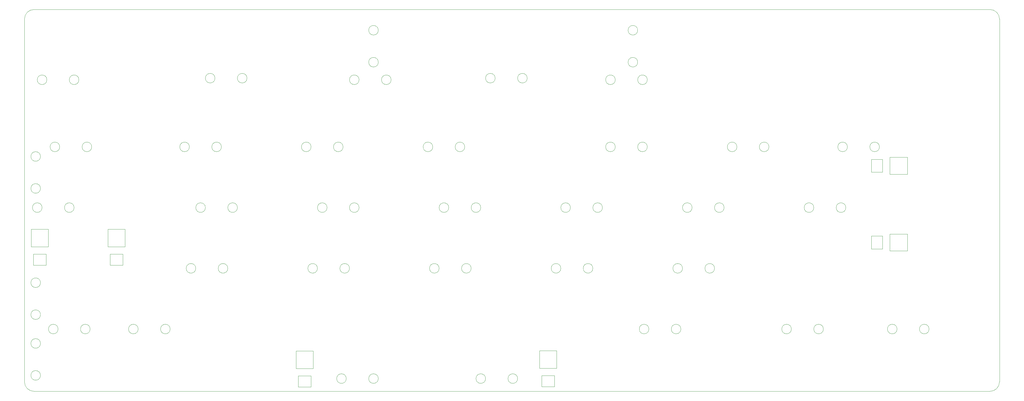
<source format=gbr>
%TF.GenerationSoftware,KiCad,Pcbnew,8.0.3*%
%TF.CreationDate,2024-08-10T17:19:27+02:00*%
%TF.ProjectId,AC-K1-v1,41432d4b-312d-4763-912e-6b696361645f,rev?*%
%TF.SameCoordinates,Original*%
%TF.FileFunction,Profile,NP*%
%FSLAX46Y46*%
G04 Gerber Fmt 4.6, Leading zero omitted, Abs format (unit mm)*
G04 Created by KiCad (PCBNEW 8.0.3) date 2024-08-10 17:19:27*
%MOMM*%
%LPD*%
G01*
G04 APERTURE LIST*
%TA.AperFunction,Profile*%
%ADD10C,0.050000*%
%TD*%
%TA.AperFunction,Profile*%
%ADD11C,0.120000*%
%TD*%
G04 APERTURE END LIST*
D10*
X65500000Y-81000000D02*
G75*
G02*
X68500000Y-78000000I3000000J0D01*
G01*
X367000000Y-78000000D02*
X68500000Y-78000000D01*
X370000000Y-194500000D02*
G75*
G02*
X367000000Y-197500000I-3000000J0D01*
G01*
X370000000Y-194500000D02*
X370000000Y-81000000D01*
X68500000Y-197500000D02*
G75*
G02*
X65500000Y-194500000I0J3000000D01*
G01*
X68500000Y-197500000D02*
X367000000Y-197500000D01*
X65500000Y-81000000D02*
X65500000Y-194500000D01*
X367000000Y-78000000D02*
G75*
G02*
X370000000Y-81000000I0J-3000000D01*
G01*
D11*
%TO.C,SW75*%
X329950000Y-128900000D02*
X329950000Y-124900000D01*
X329950000Y-128900000D02*
X333450000Y-128900000D01*
X329950000Y-152900000D02*
X329950000Y-148900000D01*
X329950000Y-152900000D02*
X333450000Y-152900000D01*
X333450000Y-124900000D02*
X329950000Y-124900000D01*
X333450000Y-128900000D02*
X333450000Y-124900000D01*
X333450000Y-148900000D02*
X329950000Y-148900000D01*
X333450000Y-152900000D02*
X333450000Y-148900000D01*
X335750000Y-129550000D02*
X335750000Y-124250000D01*
X335750000Y-129550000D02*
X341250000Y-129550000D01*
X335750000Y-153550000D02*
X335750000Y-148250000D01*
X335750000Y-153550000D02*
X341250000Y-153550000D01*
X341250000Y-124250000D02*
X335750000Y-124250000D01*
X341250000Y-129550000D02*
X341250000Y-124250000D01*
X341250000Y-148250000D02*
X335750000Y-148250000D01*
X341250000Y-153550000D02*
X341250000Y-148250000D01*
%TO.C,SW38*%
X150350000Y-184825000D02*
X150350000Y-190325000D01*
X151000000Y-192625000D02*
X151000000Y-196125000D01*
X155000000Y-192625000D02*
X151000000Y-192625000D01*
X155000000Y-196125000D02*
X151000000Y-196125000D01*
X155000000Y-196125000D02*
X155000000Y-192625000D01*
X155650000Y-184825000D02*
X150350000Y-184825000D01*
X155650000Y-190325000D02*
X150350000Y-190325000D01*
X155650000Y-190325000D02*
X155650000Y-184825000D01*
X226350000Y-184750000D02*
X226350000Y-190250000D01*
X227000000Y-192550000D02*
X227000000Y-196050000D01*
X231000000Y-192550000D02*
X227000000Y-192550000D01*
X231000000Y-196050000D02*
X227000000Y-196050000D01*
X231000000Y-196050000D02*
X231000000Y-192550000D01*
X231650000Y-184750000D02*
X226350000Y-184750000D01*
X231650000Y-190250000D02*
X226350000Y-190250000D01*
X231650000Y-190250000D02*
X231650000Y-184750000D01*
%TO.C,SW4*%
X67600000Y-146750000D02*
X67600000Y-152250000D01*
X68250000Y-154550000D02*
X68250000Y-158050000D01*
X72250000Y-154550000D02*
X68250000Y-154550000D01*
X72250000Y-158050000D02*
X68250000Y-158050000D01*
X72250000Y-158050000D02*
X72250000Y-154550000D01*
X72900000Y-146750000D02*
X67600000Y-146750000D01*
X72900000Y-152250000D02*
X67600000Y-152250000D01*
X72900000Y-152250000D02*
X72900000Y-146750000D01*
X91600000Y-146750000D02*
X91600000Y-152250000D01*
X92250000Y-154550000D02*
X92250000Y-158050000D01*
X96250000Y-154550000D02*
X92250000Y-154550000D01*
X96250000Y-158050000D02*
X92250000Y-158050000D01*
X96250000Y-158050000D02*
X96250000Y-154550000D01*
X96900000Y-146750000D02*
X91600000Y-146750000D01*
X96900000Y-152250000D02*
X91600000Y-152250000D01*
X96900000Y-152250000D02*
X96900000Y-146750000D01*
D10*
%TO.C,REF\u002A\u002A*%
X101000000Y-178000000D02*
G75*
G02*
X98000000Y-178000000I-1500000J0D01*
G01*
X98000000Y-178000000D02*
G75*
G02*
X101000000Y-178000000I1500000J0D01*
G01*
X111000000Y-178000000D02*
G75*
G02*
X108000000Y-178000000I-1500000J0D01*
G01*
X108000000Y-178000000D02*
G75*
G02*
X111000000Y-178000000I1500000J0D01*
G01*
X76000000Y-178000000D02*
G75*
G02*
X73000000Y-178000000I-1500000J0D01*
G01*
X73000000Y-178000000D02*
G75*
G02*
X76000000Y-178000000I1500000J0D01*
G01*
X86000000Y-178000000D02*
G75*
G02*
X83000000Y-178000000I-1500000J0D01*
G01*
X83000000Y-178000000D02*
G75*
G02*
X86000000Y-178000000I1500000J0D01*
G01*
X117000000Y-121000000D02*
G75*
G02*
X114000000Y-121000000I-1500000J0D01*
G01*
X114000000Y-121000000D02*
G75*
G02*
X117000000Y-121000000I1500000J0D01*
G01*
X127000000Y-121000000D02*
G75*
G02*
X124000000Y-121000000I-1500000J0D01*
G01*
X124000000Y-121000000D02*
G75*
G02*
X127000000Y-121000000I1500000J0D01*
G01*
X70500000Y-124000000D02*
G75*
G02*
X67500000Y-124000000I-1500000J0D01*
G01*
X67500000Y-124000000D02*
G75*
G02*
X70500000Y-124000000I1500000J0D01*
G01*
X70500000Y-134000000D02*
G75*
G02*
X67500000Y-134000000I-1500000J0D01*
G01*
X67500000Y-134000000D02*
G75*
G02*
X70500000Y-134000000I1500000J0D01*
G01*
X257000000Y-84500000D02*
G75*
G02*
X254000000Y-84500000I-1500000J0D01*
G01*
X254000000Y-84500000D02*
G75*
G02*
X257000000Y-84500000I1500000J0D01*
G01*
X257000000Y-94500000D02*
G75*
G02*
X254000000Y-94500000I-1500000J0D01*
G01*
X254000000Y-94500000D02*
G75*
G02*
X257000000Y-94500000I1500000J0D01*
G01*
X193000000Y-121000000D02*
G75*
G02*
X190000000Y-121000000I-1500000J0D01*
G01*
X190000000Y-121000000D02*
G75*
G02*
X193000000Y-121000000I1500000J0D01*
G01*
X203000000Y-121000000D02*
G75*
G02*
X200000000Y-121000000I-1500000J0D01*
G01*
X200000000Y-121000000D02*
G75*
G02*
X203000000Y-121000000I1500000J0D01*
G01*
X119000000Y-159000000D02*
G75*
G02*
X116000000Y-159000000I-1500000J0D01*
G01*
X116000000Y-159000000D02*
G75*
G02*
X119000000Y-159000000I1500000J0D01*
G01*
X129000000Y-159000000D02*
G75*
G02*
X126000000Y-159000000I-1500000J0D01*
G01*
X126000000Y-159000000D02*
G75*
G02*
X129000000Y-159000000I1500000J0D01*
G01*
X288000000Y-121000000D02*
G75*
G02*
X285000000Y-121000000I-1500000J0D01*
G01*
X285000000Y-121000000D02*
G75*
G02*
X288000000Y-121000000I1500000J0D01*
G01*
X298000000Y-121000000D02*
G75*
G02*
X295000000Y-121000000I-1500000J0D01*
G01*
X295000000Y-121000000D02*
G75*
G02*
X298000000Y-121000000I1500000J0D01*
G01*
X157000000Y-159000000D02*
G75*
G02*
X154000000Y-159000000I-1500000J0D01*
G01*
X154000000Y-159000000D02*
G75*
G02*
X157000000Y-159000000I1500000J0D01*
G01*
X167000000Y-159000000D02*
G75*
G02*
X164000000Y-159000000I-1500000J0D01*
G01*
X164000000Y-159000000D02*
G75*
G02*
X167000000Y-159000000I1500000J0D01*
G01*
X122000000Y-140000000D02*
G75*
G02*
X119000000Y-140000000I-1500000J0D01*
G01*
X119000000Y-140000000D02*
G75*
G02*
X122000000Y-140000000I1500000J0D01*
G01*
X132000000Y-140000000D02*
G75*
G02*
X129000000Y-140000000I-1500000J0D01*
G01*
X129000000Y-140000000D02*
G75*
G02*
X132000000Y-140000000I1500000J0D01*
G01*
X209500000Y-193500000D02*
G75*
G02*
X206500000Y-193500000I-1500000J0D01*
G01*
X206500000Y-193500000D02*
G75*
G02*
X209500000Y-193500000I1500000J0D01*
G01*
X219500000Y-193500000D02*
G75*
G02*
X216500000Y-193500000I-1500000J0D01*
G01*
X216500000Y-193500000D02*
G75*
G02*
X219500000Y-193500000I1500000J0D01*
G01*
X233000000Y-159000000D02*
G75*
G02*
X230000000Y-159000000I-1500000J0D01*
G01*
X230000000Y-159000000D02*
G75*
G02*
X233000000Y-159000000I1500000J0D01*
G01*
X243000000Y-159000000D02*
G75*
G02*
X240000000Y-159000000I-1500000J0D01*
G01*
X240000000Y-159000000D02*
G75*
G02*
X243000000Y-159000000I1500000J0D01*
G01*
X71000000Y-140000000D02*
G75*
G02*
X68000000Y-140000000I-1500000J0D01*
G01*
X68000000Y-140000000D02*
G75*
G02*
X71000000Y-140000000I1500000J0D01*
G01*
X81000000Y-140000000D02*
G75*
G02*
X78000000Y-140000000I-1500000J0D01*
G01*
X78000000Y-140000000D02*
G75*
G02*
X81000000Y-140000000I1500000J0D01*
G01*
X76500000Y-121000000D02*
G75*
G02*
X73500000Y-121000000I-1500000J0D01*
G01*
X73500000Y-121000000D02*
G75*
G02*
X76500000Y-121000000I1500000J0D01*
G01*
X86500000Y-121000000D02*
G75*
G02*
X83500000Y-121000000I-1500000J0D01*
G01*
X83500000Y-121000000D02*
G75*
G02*
X86500000Y-121000000I1500000J0D01*
G01*
X72500000Y-100000000D02*
G75*
G02*
X69500000Y-100000000I-1500000J0D01*
G01*
X69500000Y-100000000D02*
G75*
G02*
X72500000Y-100000000I1500000J0D01*
G01*
X82500000Y-100000000D02*
G75*
G02*
X79500000Y-100000000I-1500000J0D01*
G01*
X79500000Y-100000000D02*
G75*
G02*
X82500000Y-100000000I1500000J0D01*
G01*
X166000000Y-193500000D02*
G75*
G02*
X163000000Y-193500000I-1500000J0D01*
G01*
X163000000Y-193500000D02*
G75*
G02*
X166000000Y-193500000I1500000J0D01*
G01*
X176000000Y-193500000D02*
G75*
G02*
X173000000Y-193500000I-1500000J0D01*
G01*
X173000000Y-193500000D02*
G75*
G02*
X176000000Y-193500000I1500000J0D01*
G01*
X70500000Y-182500000D02*
G75*
G02*
X67500000Y-182500000I-1500000J0D01*
G01*
X67500000Y-182500000D02*
G75*
G02*
X70500000Y-182500000I1500000J0D01*
G01*
X70500000Y-192500000D02*
G75*
G02*
X67500000Y-192500000I-1500000J0D01*
G01*
X67500000Y-192500000D02*
G75*
G02*
X70500000Y-192500000I1500000J0D01*
G01*
X176000000Y-84500000D02*
G75*
G02*
X173000000Y-84500000I-1500000J0D01*
G01*
X173000000Y-84500000D02*
G75*
G02*
X176000000Y-84500000I1500000J0D01*
G01*
X176000000Y-94500000D02*
G75*
G02*
X173000000Y-94500000I-1500000J0D01*
G01*
X173000000Y-94500000D02*
G75*
G02*
X176000000Y-94500000I1500000J0D01*
G01*
X170000000Y-100000000D02*
G75*
G02*
X167000000Y-100000000I-1500000J0D01*
G01*
X167000000Y-100000000D02*
G75*
G02*
X170000000Y-100000000I1500000J0D01*
G01*
X180000000Y-100000000D02*
G75*
G02*
X177000000Y-100000000I-1500000J0D01*
G01*
X177000000Y-100000000D02*
G75*
G02*
X180000000Y-100000000I1500000J0D01*
G01*
X338000000Y-178000000D02*
G75*
G02*
X335000000Y-178000000I-1500000J0D01*
G01*
X335000000Y-178000000D02*
G75*
G02*
X338000000Y-178000000I1500000J0D01*
G01*
X348000000Y-178000000D02*
G75*
G02*
X345000000Y-178000000I-1500000J0D01*
G01*
X345000000Y-178000000D02*
G75*
G02*
X348000000Y-178000000I1500000J0D01*
G01*
X155000000Y-121000000D02*
G75*
G02*
X152000000Y-121000000I-1500000J0D01*
G01*
X152000000Y-121000000D02*
G75*
G02*
X155000000Y-121000000I1500000J0D01*
G01*
X165000000Y-121000000D02*
G75*
G02*
X162000000Y-121000000I-1500000J0D01*
G01*
X162000000Y-121000000D02*
G75*
G02*
X165000000Y-121000000I1500000J0D01*
G01*
X271000000Y-159000000D02*
G75*
G02*
X268000000Y-159000000I-1500000J0D01*
G01*
X268000000Y-159000000D02*
G75*
G02*
X271000000Y-159000000I1500000J0D01*
G01*
X281000000Y-159000000D02*
G75*
G02*
X278000000Y-159000000I-1500000J0D01*
G01*
X278000000Y-159000000D02*
G75*
G02*
X281000000Y-159000000I1500000J0D01*
G01*
X70500000Y-163500000D02*
G75*
G02*
X67500000Y-163500000I-1500000J0D01*
G01*
X67500000Y-163500000D02*
G75*
G02*
X70500000Y-163500000I1500000J0D01*
G01*
X70500000Y-173500000D02*
G75*
G02*
X67500000Y-173500000I-1500000J0D01*
G01*
X67500000Y-173500000D02*
G75*
G02*
X70500000Y-173500000I1500000J0D01*
G01*
X198000000Y-140000000D02*
G75*
G02*
X195000000Y-140000000I-1500000J0D01*
G01*
X195000000Y-140000000D02*
G75*
G02*
X198000000Y-140000000I1500000J0D01*
G01*
X208000000Y-140000000D02*
G75*
G02*
X205000000Y-140000000I-1500000J0D01*
G01*
X205000000Y-140000000D02*
G75*
G02*
X208000000Y-140000000I1500000J0D01*
G01*
X250000000Y-100000000D02*
G75*
G02*
X247000000Y-100000000I-1500000J0D01*
G01*
X247000000Y-100000000D02*
G75*
G02*
X250000000Y-100000000I1500000J0D01*
G01*
X260000000Y-100000000D02*
G75*
G02*
X257000000Y-100000000I-1500000J0D01*
G01*
X257000000Y-100000000D02*
G75*
G02*
X260000000Y-100000000I1500000J0D01*
G01*
X125000000Y-99500000D02*
G75*
G02*
X122000000Y-99500000I-1500000J0D01*
G01*
X122000000Y-99500000D02*
G75*
G02*
X125000000Y-99500000I1500000J0D01*
G01*
X135000000Y-99500000D02*
G75*
G02*
X132000000Y-99500000I-1500000J0D01*
G01*
X132000000Y-99500000D02*
G75*
G02*
X135000000Y-99500000I1500000J0D01*
G01*
X236000000Y-140000000D02*
G75*
G02*
X233000000Y-140000000I-1500000J0D01*
G01*
X233000000Y-140000000D02*
G75*
G02*
X236000000Y-140000000I1500000J0D01*
G01*
X246000000Y-140000000D02*
G75*
G02*
X243000000Y-140000000I-1500000J0D01*
G01*
X243000000Y-140000000D02*
G75*
G02*
X246000000Y-140000000I1500000J0D01*
G01*
X195000000Y-159000000D02*
G75*
G02*
X192000000Y-159000000I-1500000J0D01*
G01*
X192000000Y-159000000D02*
G75*
G02*
X195000000Y-159000000I1500000J0D01*
G01*
X205000000Y-159000000D02*
G75*
G02*
X202000000Y-159000000I-1500000J0D01*
G01*
X202000000Y-159000000D02*
G75*
G02*
X205000000Y-159000000I1500000J0D01*
G01*
X212500000Y-99500000D02*
G75*
G02*
X209500000Y-99500000I-1500000J0D01*
G01*
X209500000Y-99500000D02*
G75*
G02*
X212500000Y-99500000I1500000J0D01*
G01*
X222500000Y-99500000D02*
G75*
G02*
X219500000Y-99500000I-1500000J0D01*
G01*
X219500000Y-99500000D02*
G75*
G02*
X222500000Y-99500000I1500000J0D01*
G01*
X305000000Y-178000000D02*
G75*
G02*
X302000000Y-178000000I-1500000J0D01*
G01*
X302000000Y-178000000D02*
G75*
G02*
X305000000Y-178000000I1500000J0D01*
G01*
X315000000Y-178000000D02*
G75*
G02*
X312000000Y-178000000I-1500000J0D01*
G01*
X312000000Y-178000000D02*
G75*
G02*
X315000000Y-178000000I1500000J0D01*
G01*
X312000000Y-140000000D02*
G75*
G02*
X309000000Y-140000000I-1500000J0D01*
G01*
X309000000Y-140000000D02*
G75*
G02*
X312000000Y-140000000I1500000J0D01*
G01*
X322000000Y-140000000D02*
G75*
G02*
X319000000Y-140000000I-1500000J0D01*
G01*
X319000000Y-140000000D02*
G75*
G02*
X322000000Y-140000000I1500000J0D01*
G01*
X160000000Y-140000000D02*
G75*
G02*
X157000000Y-140000000I-1500000J0D01*
G01*
X157000000Y-140000000D02*
G75*
G02*
X160000000Y-140000000I1500000J0D01*
G01*
X170000000Y-140000000D02*
G75*
G02*
X167000000Y-140000000I-1500000J0D01*
G01*
X167000000Y-140000000D02*
G75*
G02*
X170000000Y-140000000I1500000J0D01*
G01*
X260500000Y-178000000D02*
G75*
G02*
X257500000Y-178000000I-1500000J0D01*
G01*
X257500000Y-178000000D02*
G75*
G02*
X260500000Y-178000000I1500000J0D01*
G01*
X270500000Y-178000000D02*
G75*
G02*
X267500000Y-178000000I-1500000J0D01*
G01*
X267500000Y-178000000D02*
G75*
G02*
X270500000Y-178000000I1500000J0D01*
G01*
X322500000Y-121000000D02*
G75*
G02*
X319500000Y-121000000I-1500000J0D01*
G01*
X319500000Y-121000000D02*
G75*
G02*
X322500000Y-121000000I1500000J0D01*
G01*
X332500000Y-121000000D02*
G75*
G02*
X329500000Y-121000000I-1500000J0D01*
G01*
X329500000Y-121000000D02*
G75*
G02*
X332500000Y-121000000I1500000J0D01*
G01*
X274000000Y-140000000D02*
G75*
G02*
X271000000Y-140000000I-1500000J0D01*
G01*
X271000000Y-140000000D02*
G75*
G02*
X274000000Y-140000000I1500000J0D01*
G01*
X284000000Y-140000000D02*
G75*
G02*
X281000000Y-140000000I-1500000J0D01*
G01*
X281000000Y-140000000D02*
G75*
G02*
X284000000Y-140000000I1500000J0D01*
G01*
X250000000Y-121000000D02*
G75*
G02*
X247000000Y-121000000I-1500000J0D01*
G01*
X247000000Y-121000000D02*
G75*
G02*
X250000000Y-121000000I1500000J0D01*
G01*
X260000000Y-121000000D02*
G75*
G02*
X257000000Y-121000000I-1500000J0D01*
G01*
X257000000Y-121000000D02*
G75*
G02*
X260000000Y-121000000I1500000J0D01*
G01*
%TD*%
M02*

</source>
